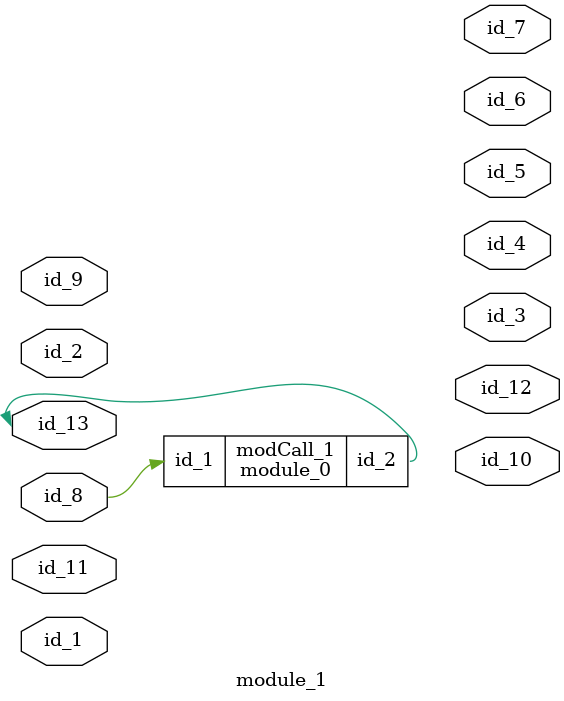
<source format=v>
module module_0 (
    id_1,
    id_2
);
  inout wire id_2;
  input wire id_1;
  wire id_3;
  assign id_2 = 1;
endmodule
module module_1 (
    id_1,
    id_2,
    id_3,
    id_4,
    id_5,
    id_6,
    id_7,
    id_8,
    id_9,
    id_10,
    id_11,
    id_12,
    id_13
);
  inout wire id_13;
  output wire id_12;
  input wire id_11;
  output wire id_10;
  inout wire id_9;
  inout wire id_8;
  output wire id_7;
  output wire id_6;
  output wire id_5;
  output wire id_4;
  output wire id_3;
  inout wire id_2;
  input wire id_1;
  parameter id_14 = id_9;
  module_0 modCall_1 (
      id_8,
      id_13
  );
endmodule

</source>
